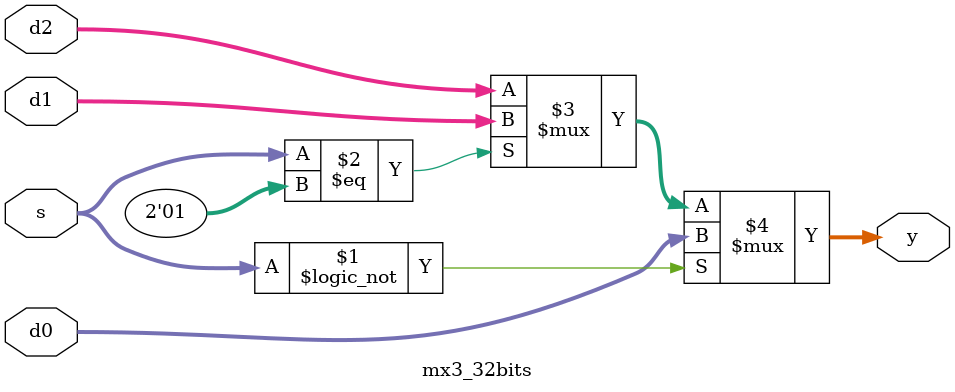
<source format=v>
module mx3_32bits(y, d0, d1, d2, s);		//32bit 3-to-1 mux
	input[31:0] d0, d1, d2;
	input[1:0] s;
	output[31:0] y;
	
	assign y = (s == 2'b00) ? d0 : ((s == 2'b01) ? d1 : d2) ;
endmodule

</source>
